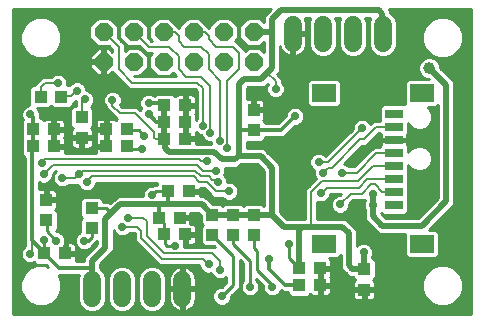
<source format=gbl>
G75*
%MOIN*%
%OFA0B0*%
%FSLAX24Y24*%
%IPPOS*%
%LPD*%
%AMOC8*
5,1,8,0,0,1.08239X$1,22.5*
%
%ADD10R,0.0425X0.0413*%
%ADD11R,0.0413X0.0425*%
%ADD12C,0.0600*%
%ADD13R,0.0787X0.0591*%
%ADD14R,0.0591X0.0315*%
%ADD15OC8,0.0600*%
%ADD16R,0.0433X0.0394*%
%ADD17C,0.0100*%
%ADD18C,0.0278*%
%ADD19C,0.0080*%
%ADD20C,0.0120*%
%ADD21C,0.0200*%
%ADD22C,0.0160*%
%ADD23C,0.0396*%
D10*
X006541Y009190D03*
X006541Y009879D03*
X007729Y011940D03*
X007729Y012629D03*
X013453Y012879D03*
X013453Y012190D03*
X017141Y007567D03*
X017141Y006878D03*
D11*
X015673Y007035D03*
X015673Y007597D03*
X014984Y007597D03*
X014984Y007035D03*
X011173Y008722D03*
X010985Y009285D03*
X010296Y009285D03*
X010484Y008722D03*
X010609Y010160D03*
X011298Y010160D03*
X009235Y011660D03*
X009235Y012222D03*
X008546Y012222D03*
X008546Y011660D03*
X006798Y011660D03*
X006798Y012222D03*
X006109Y012222D03*
X006109Y011660D03*
X006359Y013310D03*
X007048Y013310D03*
X010484Y013035D03*
X011173Y013035D03*
X011173Y012472D03*
X011173Y011910D03*
X010484Y011910D03*
X010484Y012472D03*
X007173Y008097D03*
X006484Y008097D03*
D12*
X008078Y007210D02*
X008078Y006610D01*
X009078Y006610D02*
X009078Y007210D01*
X010078Y007210D02*
X010078Y006610D01*
X011078Y006610D02*
X011078Y007210D01*
X014766Y015110D02*
X014766Y015710D01*
X015766Y015710D02*
X015766Y015110D01*
X016766Y015110D02*
X016766Y015710D01*
X017766Y015710D02*
X017766Y015110D01*
D13*
X019060Y013427D03*
X015792Y013427D03*
X015792Y008407D03*
X019060Y008407D03*
D14*
X018135Y009706D03*
X018135Y010139D03*
X018135Y010572D03*
X018135Y011006D03*
X018135Y011439D03*
X018135Y011872D03*
X018135Y012305D03*
X018135Y012738D03*
D15*
X013453Y014472D03*
X012453Y014472D03*
X011453Y014472D03*
X010453Y014472D03*
X009453Y014472D03*
X008453Y014472D03*
X008453Y015472D03*
X009453Y015472D03*
X010453Y015472D03*
X011453Y015472D03*
X012453Y015472D03*
X013453Y015472D03*
D16*
X008060Y009600D03*
X008060Y008931D03*
X012078Y008700D03*
X012078Y009369D03*
X012766Y009369D03*
X012766Y008700D03*
X013453Y008700D03*
X013453Y009369D03*
D17*
X005435Y006078D02*
X005435Y016237D01*
X014024Y016237D01*
X013831Y016044D01*
X013790Y015945D01*
X013790Y015800D01*
X013648Y015942D01*
X013259Y015942D01*
X012983Y015667D01*
X012983Y015277D01*
X013259Y015002D01*
X013648Y015002D01*
X013790Y015144D01*
X013790Y014800D01*
X013648Y014942D01*
X013259Y014942D01*
X013163Y014847D01*
X013163Y014872D01*
X012976Y015059D01*
X012853Y015182D01*
X012828Y015182D01*
X012923Y015277D01*
X012923Y015667D01*
X012648Y015942D01*
X012259Y015942D01*
X011983Y015667D01*
X011983Y015614D01*
X011915Y015682D01*
X011908Y015682D01*
X011648Y015942D01*
X011259Y015942D01*
X010983Y015667D01*
X010983Y015614D01*
X010915Y015682D01*
X010908Y015682D01*
X010648Y015942D01*
X010259Y015942D01*
X009983Y015667D01*
X009983Y015277D01*
X010079Y015182D01*
X010040Y015182D01*
X009923Y015299D01*
X009923Y015667D01*
X009648Y015942D01*
X009259Y015942D01*
X008983Y015667D01*
X008983Y015277D01*
X009259Y015002D01*
X009626Y015002D01*
X009866Y014762D01*
X010079Y014762D01*
X009983Y014667D01*
X009983Y014277D01*
X010259Y014002D01*
X010648Y014002D01*
X010762Y014116D01*
X010866Y014012D01*
X010884Y013995D01*
X009478Y013995D01*
X009470Y014002D01*
X009648Y014002D01*
X009923Y014277D01*
X009923Y014667D01*
X009648Y014942D01*
X009259Y014942D01*
X009163Y014847D01*
X009163Y015059D01*
X009040Y015182D01*
X008923Y015299D01*
X008923Y015667D01*
X008648Y015942D01*
X008259Y015942D01*
X007983Y015667D01*
X007983Y015277D01*
X008259Y015002D01*
X008626Y015002D01*
X008743Y014885D01*
X008743Y014818D01*
X008640Y014922D01*
X008503Y014922D01*
X008503Y014522D01*
X008403Y014522D01*
X008403Y014422D01*
X008003Y014422D01*
X008003Y014286D01*
X008267Y014022D01*
X008403Y014022D01*
X008403Y014422D01*
X008503Y014422D01*
X008503Y014022D01*
X008640Y014022D01*
X008748Y014130D01*
X008866Y014012D01*
X009304Y013575D01*
X011491Y013575D01*
X011556Y013510D01*
X011556Y012574D01*
X011530Y012548D01*
X011530Y012704D01*
X011519Y012743D01*
X011513Y012753D01*
X011519Y012764D01*
X011530Y012802D01*
X011530Y012985D01*
X011223Y012985D01*
X011223Y013085D01*
X011123Y013085D01*
X011123Y013397D01*
X010946Y013397D01*
X010908Y013387D01*
X010874Y013367D01*
X010846Y013339D01*
X010844Y013335D01*
X010761Y013417D01*
X010207Y013417D01*
X010139Y013349D01*
X010128Y013359D01*
X010015Y013406D01*
X009892Y013406D01*
X009778Y013359D01*
X009691Y013272D01*
X009644Y013159D01*
X009644Y013036D01*
X009691Y012922D01*
X009704Y012910D01*
X009691Y012897D01*
X009683Y012877D01*
X009584Y012976D01*
X009084Y012976D01*
X009016Y013044D01*
X009056Y013142D01*
X009056Y013265D01*
X009009Y013378D01*
X008922Y013465D01*
X008809Y013512D01*
X008686Y013512D01*
X008572Y013465D01*
X008485Y013378D01*
X008438Y013265D01*
X008438Y013142D01*
X008485Y013028D01*
X008537Y012976D01*
X008537Y012929D01*
X008787Y012679D01*
X008910Y012556D01*
X008876Y012522D01*
X008873Y012527D01*
X008845Y012555D01*
X008811Y012574D01*
X008773Y012585D01*
X008596Y012585D01*
X008596Y012272D01*
X008496Y012272D01*
X008496Y012172D01*
X008190Y012172D01*
X008190Y011990D01*
X008200Y011952D01*
X008206Y011941D01*
X008200Y011930D01*
X008190Y011892D01*
X008190Y011710D01*
X008496Y011710D01*
X008496Y012022D01*
X008496Y012172D01*
X008596Y012172D01*
X008596Y011710D01*
X008496Y011710D01*
X008496Y011610D01*
X008190Y011610D01*
X008190Y011432D01*
X007155Y011432D01*
X007155Y011610D01*
X006848Y011610D01*
X006848Y011710D01*
X006748Y011710D01*
X006748Y012022D01*
X006748Y012172D01*
X006848Y012172D01*
X006848Y012272D01*
X007155Y012272D01*
X007155Y012454D01*
X007144Y012493D01*
X007125Y012527D01*
X007097Y012555D01*
X007062Y012574D01*
X007024Y012585D01*
X006848Y012585D01*
X006848Y012272D01*
X006748Y012272D01*
X006748Y012585D01*
X006571Y012585D01*
X006533Y012574D01*
X006499Y012555D01*
X006471Y012527D01*
X006469Y012522D01*
X006386Y012605D01*
X006339Y012605D01*
X006339Y012724D01*
X006325Y012738D01*
X006325Y012784D01*
X006278Y012897D01*
X006248Y012927D01*
X006636Y012927D01*
X006703Y012994D01*
X006771Y012927D01*
X007325Y012927D01*
X007425Y013027D01*
X007425Y013118D01*
X007459Y013118D01*
X007519Y013178D01*
X007519Y013006D01*
X007445Y013006D01*
X007346Y012906D01*
X007346Y012352D01*
X007428Y012269D01*
X007424Y012267D01*
X007396Y012239D01*
X007376Y012205D01*
X007366Y012166D01*
X007366Y011990D01*
X007679Y011990D01*
X007679Y011890D01*
X007779Y011890D01*
X007779Y011990D01*
X008091Y011990D01*
X008091Y012166D01*
X008081Y012205D01*
X008061Y012239D01*
X008033Y012267D01*
X008029Y012269D01*
X008111Y012352D01*
X008111Y012906D01*
X008030Y012987D01*
X008090Y013047D01*
X008137Y013161D01*
X008137Y013284D01*
X008090Y013397D01*
X008003Y013484D01*
X007890Y013531D01*
X007869Y013531D01*
X007869Y013577D01*
X007822Y013691D01*
X007735Y013778D01*
X007621Y013825D01*
X007498Y013825D01*
X007385Y013778D01*
X007299Y013692D01*
X007239Y013692D01*
X007244Y013704D01*
X007244Y013827D01*
X007197Y013941D01*
X007110Y014028D01*
X006996Y014075D01*
X006873Y014075D01*
X006760Y014028D01*
X006708Y013976D01*
X006410Y013976D01*
X006272Y013838D01*
X006149Y013715D01*
X006149Y013692D01*
X006082Y013692D01*
X005982Y013593D01*
X005982Y013031D01*
X005954Y013031D01*
X005841Y012984D01*
X005754Y012897D01*
X005707Y012784D01*
X005707Y012661D01*
X005754Y012547D01*
X005764Y012537D01*
X005732Y012505D01*
X005732Y011377D01*
X005830Y011279D01*
X005830Y008426D01*
X005850Y008406D01*
X005850Y008352D01*
X005822Y008340D01*
X005735Y008253D01*
X005688Y008140D01*
X005688Y008017D01*
X005735Y007903D01*
X005822Y007816D01*
X005936Y007769D01*
X006059Y007769D01*
X006125Y007797D01*
X006207Y007714D01*
X006541Y007714D01*
X006607Y007649D01*
X006502Y007693D01*
X006230Y007693D01*
X005979Y007589D01*
X005787Y007396D01*
X005683Y007145D01*
X005683Y006874D01*
X005787Y006623D01*
X005979Y006430D01*
X006230Y006326D01*
X006502Y006326D01*
X006753Y006430D01*
X006945Y006623D01*
X007049Y006874D01*
X007049Y007145D01*
X006957Y007367D01*
X007635Y007367D01*
X007608Y007303D01*
X007608Y006516D01*
X007680Y006343D01*
X007812Y006211D01*
X007985Y006140D01*
X008172Y006140D01*
X008345Y006211D01*
X008477Y006343D01*
X008548Y006516D01*
X008548Y007303D01*
X008477Y007476D01*
X008348Y007604D01*
X008348Y007735D01*
X008669Y008056D01*
X008745Y008132D01*
X008786Y008231D01*
X008786Y008871D01*
X008816Y008797D01*
X008903Y008710D01*
X009017Y008663D01*
X009140Y008663D01*
X009253Y008710D01*
X009305Y008762D01*
X009491Y008762D01*
X009493Y008760D01*
X009493Y008510D01*
X010181Y007823D01*
X010304Y007700D01*
X008348Y007700D01*
X008351Y007601D02*
X008806Y007601D01*
X008812Y007608D02*
X008680Y007476D01*
X008608Y007303D01*
X008608Y006516D01*
X008680Y006343D01*
X008812Y006211D01*
X008985Y006140D01*
X009172Y006140D01*
X009345Y006211D01*
X009477Y006343D01*
X009548Y006516D01*
X009548Y007303D01*
X009477Y007476D01*
X009345Y007608D01*
X009172Y007680D01*
X008985Y007680D01*
X008812Y007608D01*
X008707Y007503D02*
X008450Y007503D01*
X008506Y007404D02*
X008650Y007404D01*
X008610Y007306D02*
X008547Y007306D01*
X008548Y007207D02*
X008608Y007207D01*
X008608Y007109D02*
X008548Y007109D01*
X008548Y007010D02*
X008608Y007010D01*
X008608Y006912D02*
X008548Y006912D01*
X008548Y006813D02*
X008608Y006813D01*
X008608Y006715D02*
X008548Y006715D01*
X008548Y006616D02*
X008608Y006616D01*
X008608Y006518D02*
X008548Y006518D01*
X008508Y006419D02*
X008648Y006419D01*
X008702Y006321D02*
X008454Y006321D01*
X008356Y006222D02*
X008801Y006222D01*
X009356Y006222D02*
X009801Y006222D01*
X009812Y006211D02*
X009985Y006140D01*
X010172Y006140D01*
X010345Y006211D01*
X010477Y006343D01*
X010548Y006516D01*
X010548Y007303D01*
X010477Y007476D01*
X010345Y007608D01*
X010172Y007680D01*
X009985Y007680D01*
X009812Y007608D01*
X009680Y007476D01*
X009608Y007303D01*
X009608Y006516D01*
X009680Y006343D01*
X009812Y006211D01*
X009702Y006321D02*
X009454Y006321D01*
X009508Y006419D02*
X009648Y006419D01*
X009608Y006518D02*
X009548Y006518D01*
X009548Y006616D02*
X009608Y006616D01*
X009608Y006715D02*
X009548Y006715D01*
X009548Y006813D02*
X009608Y006813D01*
X009608Y006912D02*
X009548Y006912D01*
X009548Y007010D02*
X009608Y007010D01*
X009608Y007109D02*
X009548Y007109D01*
X009548Y007207D02*
X009608Y007207D01*
X009610Y007306D02*
X009547Y007306D01*
X009506Y007404D02*
X009650Y007404D01*
X009707Y007503D02*
X009450Y007503D01*
X009351Y007601D02*
X009806Y007601D01*
X010205Y007798D02*
X008412Y007798D01*
X008510Y007897D02*
X010107Y007897D01*
X010008Y007995D02*
X008609Y007995D01*
X008707Y008094D02*
X009910Y008094D01*
X009811Y008192D02*
X008770Y008192D01*
X008786Y008291D02*
X009713Y008291D01*
X009614Y008389D02*
X008786Y008389D01*
X008786Y008488D02*
X009516Y008488D01*
X009493Y008586D02*
X008786Y008586D01*
X008786Y008685D02*
X008964Y008685D01*
X008830Y008783D02*
X008786Y008783D01*
X009193Y008685D02*
X009493Y008685D01*
X010296Y009285D02*
X010484Y009097D01*
X010484Y008722D01*
X010516Y008753D01*
X010516Y008410D01*
X010578Y008347D01*
X010828Y008347D01*
X011123Y008444D02*
X011123Y008672D01*
X011223Y008672D01*
X011223Y008772D01*
X011530Y008772D01*
X011530Y008954D01*
X011519Y008993D01*
X011500Y009027D01*
X011472Y009055D01*
X011437Y009074D01*
X011399Y009085D01*
X011342Y009085D01*
X011342Y009235D01*
X011035Y009235D01*
X011035Y009335D01*
X011342Y009335D01*
X011342Y009452D01*
X011614Y009452D01*
X011692Y009374D01*
X011692Y009102D01*
X011759Y009035D01*
X011692Y008967D01*
X011692Y008433D01*
X011791Y008333D01*
X012134Y008333D01*
X012160Y008307D01*
X011991Y008307D01*
X011137Y008307D01*
X011137Y008409D01*
X011123Y008444D01*
X011123Y008488D02*
X011223Y008488D01*
X011223Y008586D02*
X011123Y008586D01*
X011223Y008672D02*
X011223Y008359D01*
X011399Y008359D01*
X011437Y008370D01*
X011472Y008389D01*
X011500Y008417D01*
X011519Y008452D01*
X011530Y008490D01*
X011530Y008672D01*
X011223Y008672D01*
X011223Y008685D02*
X011692Y008685D01*
X011692Y008783D02*
X011530Y008783D01*
X011530Y008882D02*
X011692Y008882D01*
X011705Y008980D02*
X011523Y008980D01*
X011421Y009079D02*
X011715Y009079D01*
X011692Y009177D02*
X011342Y009177D01*
X011342Y009374D02*
X011691Y009374D01*
X011692Y009276D02*
X011035Y009276D01*
X011530Y008586D02*
X011692Y008586D01*
X011692Y008488D02*
X011529Y008488D01*
X011472Y008389D02*
X011735Y008389D01*
X012078Y008700D02*
X012766Y008012D01*
X012766Y007035D01*
X012391Y006660D01*
X012700Y006657D02*
X012700Y006598D01*
X012653Y006484D01*
X012566Y006398D01*
X012452Y006350D01*
X012329Y006350D01*
X012216Y006398D01*
X012129Y006484D01*
X012082Y006598D01*
X012082Y006721D01*
X012129Y006835D01*
X012216Y006922D01*
X012329Y006969D01*
X012389Y006969D01*
X012546Y007126D01*
X012546Y007315D01*
X012503Y007273D01*
X012390Y007225D01*
X012267Y007225D01*
X012153Y007273D01*
X012066Y007359D01*
X012040Y007423D01*
X012015Y007413D01*
X011892Y007413D01*
X011778Y007460D01*
X011691Y007547D01*
X011644Y007661D01*
X011644Y007700D01*
X010304Y007700D01*
X010351Y007601D02*
X010856Y007601D01*
X010843Y007594D02*
X010785Y007553D01*
X010735Y007503D01*
X010694Y007445D01*
X010661Y007382D01*
X010639Y007315D01*
X010628Y007245D01*
X010628Y006960D01*
X011028Y006960D01*
X011028Y007657D01*
X010973Y007648D01*
X010906Y007627D01*
X010843Y007594D01*
X010735Y007503D02*
X010450Y007503D01*
X010506Y007404D02*
X010673Y007404D01*
X010638Y007306D02*
X010547Y007306D01*
X010548Y007207D02*
X010628Y007207D01*
X010628Y007109D02*
X010548Y007109D01*
X010548Y007010D02*
X010628Y007010D01*
X010548Y006912D02*
X011028Y006912D01*
X011028Y006960D02*
X011028Y006860D01*
X010628Y006860D01*
X010628Y006574D01*
X010639Y006504D01*
X010661Y006437D01*
X010694Y006374D01*
X010735Y006316D01*
X010785Y006266D01*
X010843Y006225D01*
X010906Y006193D01*
X010973Y006171D01*
X011028Y006162D01*
X011028Y006860D01*
X011128Y006860D01*
X011128Y006960D01*
X011028Y006960D01*
X011028Y007010D02*
X011128Y007010D01*
X011128Y006960D02*
X011128Y007657D01*
X011184Y007648D01*
X011251Y007627D01*
X011314Y007594D01*
X011372Y007553D01*
X011422Y007503D01*
X011463Y007445D01*
X011495Y007382D01*
X011517Y007315D01*
X011528Y007245D01*
X011528Y006960D01*
X011128Y006960D01*
X011128Y006912D02*
X012206Y006912D01*
X012120Y006813D02*
X011528Y006813D01*
X011528Y006860D02*
X011128Y006860D01*
X011128Y006162D01*
X011184Y006171D01*
X011251Y006193D01*
X011314Y006225D01*
X011372Y006266D01*
X011422Y006316D01*
X011463Y006374D01*
X011495Y006437D01*
X011517Y006504D01*
X011528Y006574D01*
X011528Y006860D01*
X011528Y006715D02*
X012082Y006715D01*
X012082Y006616D02*
X011528Y006616D01*
X011519Y006518D02*
X012115Y006518D01*
X012194Y006419D02*
X011487Y006419D01*
X011425Y006321D02*
X020689Y006321D01*
X020689Y006419D02*
X020112Y006419D01*
X020139Y006430D02*
X020331Y006623D01*
X020435Y006874D01*
X020435Y007145D01*
X020331Y007396D01*
X020139Y007589D01*
X019888Y007693D01*
X019616Y007693D01*
X019365Y007589D01*
X019173Y007396D01*
X019069Y007145D01*
X019069Y006874D01*
X019173Y006623D01*
X019365Y006430D01*
X019616Y006326D01*
X019888Y006326D01*
X020139Y006430D01*
X020226Y006518D02*
X020689Y006518D01*
X020689Y006616D02*
X020325Y006616D01*
X020369Y006715D02*
X020689Y006715D01*
X020689Y006813D02*
X020410Y006813D01*
X020435Y006912D02*
X020689Y006912D01*
X020689Y007010D02*
X020435Y007010D01*
X020435Y007109D02*
X020689Y007109D01*
X020689Y007207D02*
X020409Y007207D01*
X020368Y007306D02*
X020689Y007306D01*
X020689Y007404D02*
X020323Y007404D01*
X020224Y007503D02*
X020689Y007503D01*
X020689Y007601D02*
X020108Y007601D01*
X020689Y007700D02*
X017524Y007700D01*
X017524Y007798D02*
X020689Y007798D01*
X020689Y007897D02*
X017470Y007897D01*
X017424Y007943D02*
X017392Y007943D01*
X017392Y007985D01*
X017431Y008079D01*
X017431Y008202D01*
X017384Y008316D01*
X017297Y008403D01*
X017184Y008450D01*
X017061Y008450D01*
X016947Y008403D01*
X016892Y008348D01*
X016892Y008820D01*
X016851Y008919D01*
X016775Y008995D01*
X016645Y009125D01*
X016569Y009201D01*
X016470Y009242D01*
X015582Y009242D01*
X015582Y009813D01*
X015642Y009788D01*
X015765Y009788D01*
X015878Y009835D01*
X015965Y009922D01*
X016012Y010036D01*
X016012Y010075D01*
X016384Y010075D01*
X016340Y010031D01*
X016267Y010031D01*
X016153Y009984D01*
X016066Y009897D01*
X016019Y009784D01*
X016019Y009661D01*
X016066Y009547D01*
X016153Y009460D01*
X016267Y009413D01*
X016390Y009413D01*
X016503Y009460D01*
X016590Y009547D01*
X016637Y009661D01*
X016637Y009734D01*
X016772Y009868D01*
X017147Y009868D01*
X017165Y009886D01*
X017165Y009859D01*
X017126Y009765D01*
X017126Y009642D01*
X017165Y009548D01*
X017165Y009275D01*
X017206Y009175D01*
X017282Y009099D01*
X017594Y008787D01*
X017694Y008746D01*
X018496Y008746D01*
X018496Y008041D01*
X018596Y007942D01*
X019524Y007942D01*
X019623Y008041D01*
X019623Y008773D01*
X019524Y008872D01*
X019298Y008872D01*
X020101Y009675D01*
X020142Y009775D01*
X020142Y013757D01*
X020101Y013856D01*
X020025Y013932D01*
X019678Y014280D01*
X019678Y014339D01*
X019622Y014474D01*
X019518Y014578D01*
X019383Y014634D01*
X019236Y014634D01*
X019101Y014578D01*
X018998Y014474D01*
X018942Y014339D01*
X018942Y014193D01*
X018998Y014057D01*
X019101Y013954D01*
X019236Y013898D01*
X019296Y013898D01*
X019302Y013892D01*
X018596Y013892D01*
X018496Y013792D01*
X018496Y013065D01*
X017769Y013065D01*
X017669Y012966D01*
X017669Y012515D01*
X017449Y012515D01*
X017337Y012403D01*
X017322Y012441D01*
X017235Y012528D01*
X017121Y012575D01*
X016998Y012575D01*
X016885Y012528D01*
X016798Y012441D01*
X016751Y012327D01*
X016751Y012254D01*
X015849Y011352D01*
X015797Y011403D01*
X015684Y011450D01*
X015561Y011450D01*
X015447Y011403D01*
X015360Y011316D01*
X015313Y011202D01*
X015313Y011079D01*
X015360Y010966D01*
X015447Y010879D01*
X015467Y010871D01*
X015457Y010846D01*
X015457Y010723D01*
X015504Y010609D01*
X015524Y010590D01*
X015285Y010351D01*
X015162Y010228D01*
X015162Y009242D01*
X014569Y009242D01*
X014330Y009481D01*
X014330Y011007D01*
X014289Y011106D01*
X013914Y011481D01*
X013838Y011557D01*
X013738Y011598D01*
X013223Y011598D01*
X013223Y011813D01*
X013736Y011813D01*
X013836Y011913D01*
X013836Y011961D01*
X014361Y011962D01*
X014456Y011962D01*
X014523Y012029D01*
X014845Y012350D01*
X014890Y012350D01*
X015003Y012398D01*
X015090Y012484D01*
X015137Y012598D01*
X015137Y012721D01*
X015090Y012835D01*
X015003Y012922D01*
X014890Y012969D01*
X014767Y012969D01*
X014653Y012922D01*
X014566Y012835D01*
X014519Y012721D01*
X014519Y012676D01*
X014265Y012421D01*
X013836Y012421D01*
X013836Y012467D01*
X013754Y012550D01*
X013758Y012552D01*
X013786Y012580D01*
X013806Y012614D01*
X013816Y012653D01*
X013816Y012829D01*
X013503Y012829D01*
X013503Y012929D01*
X013403Y012929D01*
X013403Y013236D01*
X013223Y013236D01*
X013223Y013610D01*
X013876Y013610D01*
X013876Y013640D02*
X013876Y013517D01*
X013923Y013403D01*
X014010Y013316D01*
X014123Y013269D01*
X014246Y013269D01*
X014360Y013316D01*
X014447Y013403D01*
X014494Y013517D01*
X014494Y013640D01*
X014447Y013753D01*
X014395Y013805D01*
X014395Y013915D01*
X014243Y014067D01*
X014289Y014113D01*
X014330Y014212D01*
X014330Y014996D01*
X014349Y014937D01*
X014381Y014874D01*
X014423Y014816D01*
X014473Y014766D01*
X014530Y014725D01*
X014593Y014693D01*
X014661Y014671D01*
X014716Y014662D01*
X014716Y015360D01*
X014816Y015360D01*
X014816Y015460D01*
X015216Y015460D01*
X015216Y015745D01*
X015205Y015815D01*
X015183Y015882D01*
X015157Y015933D01*
X015350Y015933D01*
X015296Y015803D01*
X015296Y015016D01*
X015367Y014843D01*
X015500Y014711D01*
X015672Y014640D01*
X015859Y014640D01*
X016032Y014711D01*
X016164Y014843D01*
X016236Y015016D01*
X016236Y015803D01*
X016182Y015933D01*
X016350Y015933D01*
X016296Y015803D01*
X016296Y015016D01*
X016367Y014843D01*
X016500Y014711D01*
X016672Y014640D01*
X016859Y014640D01*
X017032Y014711D01*
X017164Y014843D01*
X017236Y015016D01*
X017236Y015803D01*
X017182Y015933D01*
X017350Y015933D01*
X017296Y015803D01*
X017296Y015016D01*
X017367Y014843D01*
X017500Y014711D01*
X017672Y014640D01*
X017859Y014640D01*
X018032Y014711D01*
X018164Y014843D01*
X018236Y015016D01*
X018236Y015803D01*
X018164Y015976D01*
X018032Y016108D01*
X018017Y016114D01*
X018017Y016132D01*
X017976Y016231D01*
X017971Y016237D01*
X020689Y016237D01*
X020689Y006078D01*
X005435Y006078D01*
X005435Y006124D02*
X020689Y006124D01*
X020689Y006222D02*
X011310Y006222D01*
X011128Y006222D02*
X011028Y006222D01*
X011028Y006321D02*
X011128Y006321D01*
X011128Y006419D02*
X011028Y006419D01*
X011028Y006518D02*
X011128Y006518D01*
X011128Y006616D02*
X011028Y006616D01*
X011028Y006715D02*
X011128Y006715D01*
X011128Y006813D02*
X011028Y006813D01*
X011028Y007109D02*
X011128Y007109D01*
X011128Y007207D02*
X011028Y007207D01*
X011028Y007306D02*
X011128Y007306D01*
X011128Y007404D02*
X011028Y007404D01*
X011028Y007503D02*
X011128Y007503D01*
X011128Y007601D02*
X011028Y007601D01*
X011301Y007601D02*
X011669Y007601D01*
X011736Y007503D02*
X011422Y007503D01*
X011484Y007404D02*
X012048Y007404D01*
X012120Y007306D02*
X011519Y007306D01*
X011528Y007207D02*
X012546Y007207D01*
X012537Y007306D02*
X012546Y007306D01*
X012529Y007109D02*
X011528Y007109D01*
X011528Y007010D02*
X012431Y007010D01*
X012757Y006715D02*
X013149Y006715D01*
X013153Y006710D02*
X013267Y006663D01*
X013390Y006663D01*
X013503Y006710D01*
X013590Y006797D01*
X013637Y006911D01*
X013637Y007034D01*
X013590Y007147D01*
X013548Y007189D01*
X013548Y007253D01*
X013769Y007032D01*
X013769Y006911D01*
X013816Y006797D01*
X013903Y006710D01*
X014017Y006663D01*
X014140Y006663D01*
X014253Y006710D01*
X014340Y006797D01*
X014366Y006859D01*
X014421Y006805D01*
X014607Y006805D01*
X014607Y006752D01*
X014707Y006652D01*
X015261Y006652D01*
X015344Y006734D01*
X015346Y006730D01*
X015374Y006702D01*
X015408Y006682D01*
X015446Y006672D01*
X015623Y006672D01*
X015623Y006985D01*
X015723Y006985D01*
X015723Y007085D01*
X015623Y007085D01*
X015623Y007547D01*
X015723Y007547D01*
X015723Y007647D01*
X016030Y007647D01*
X016030Y007829D01*
X016019Y007868D01*
X016000Y007902D01*
X015972Y007930D01*
X015951Y007942D01*
X016256Y007942D01*
X016352Y008038D01*
X016352Y007650D01*
X016393Y007550D01*
X016518Y007425D01*
X016594Y007349D01*
X016694Y007308D01*
X016758Y007308D01*
X016758Y007289D01*
X016841Y007207D01*
X016836Y007204D01*
X016808Y007176D01*
X016789Y007142D01*
X016778Y007104D01*
X016778Y006928D01*
X017091Y006928D01*
X017091Y006828D01*
X016778Y006828D01*
X016778Y006651D01*
X016789Y006613D01*
X016808Y006579D01*
X016836Y006551D01*
X016870Y006531D01*
X016909Y006521D01*
X017091Y006521D01*
X017091Y006828D01*
X017191Y006828D01*
X017191Y006928D01*
X017504Y006928D01*
X017504Y007104D01*
X017493Y007142D01*
X017474Y007176D01*
X017446Y007204D01*
X017441Y007207D01*
X017524Y007289D01*
X017524Y007844D01*
X017424Y007943D01*
X017396Y007995D02*
X018542Y007995D01*
X018496Y008094D02*
X017431Y008094D01*
X017431Y008192D02*
X018496Y008192D01*
X018496Y008291D02*
X017395Y008291D01*
X017311Y008389D02*
X018496Y008389D01*
X018496Y008488D02*
X016892Y008488D01*
X016892Y008586D02*
X018496Y008586D01*
X018496Y008685D02*
X016892Y008685D01*
X016892Y008783D02*
X017603Y008783D01*
X017499Y008882D02*
X016866Y008882D01*
X016790Y008980D02*
X017401Y008980D01*
X017302Y009079D02*
X016691Y009079D01*
X016645Y009125D02*
X016645Y009125D01*
X016593Y009177D02*
X017205Y009177D01*
X017165Y009276D02*
X015582Y009276D01*
X015582Y009374D02*
X017165Y009374D01*
X017165Y009473D02*
X016516Y009473D01*
X016601Y009571D02*
X017155Y009571D01*
X017126Y009670D02*
X016637Y009670D01*
X016672Y009768D02*
X017127Y009768D01*
X017165Y009867D02*
X016770Y009867D01*
X016373Y010064D02*
X016012Y010064D01*
X015983Y009965D02*
X016135Y009965D01*
X016054Y009867D02*
X015910Y009867D01*
X016019Y009768D02*
X015582Y009768D01*
X015582Y009670D02*
X016019Y009670D01*
X016056Y009571D02*
X015582Y009571D01*
X015582Y009473D02*
X016141Y009473D01*
X015162Y009473D02*
X014338Y009473D01*
X014330Y009571D02*
X015162Y009571D01*
X015162Y009670D02*
X014330Y009670D01*
X014330Y009768D02*
X015162Y009768D01*
X015162Y009867D02*
X014330Y009867D01*
X014330Y009965D02*
X015162Y009965D01*
X015162Y010064D02*
X014330Y010064D01*
X014330Y010162D02*
X015162Y010162D01*
X015195Y010261D02*
X014330Y010261D01*
X014330Y010359D02*
X015294Y010359D01*
X015392Y010458D02*
X014330Y010458D01*
X014330Y010556D02*
X015491Y010556D01*
X015485Y010655D02*
X014330Y010655D01*
X014330Y010753D02*
X015457Y010753D01*
X015459Y010852D02*
X014330Y010852D01*
X014330Y010950D02*
X015376Y010950D01*
X015326Y011049D02*
X014312Y011049D01*
X014248Y011147D02*
X015313Y011147D01*
X015331Y011246D02*
X014149Y011246D01*
X014051Y011344D02*
X015389Y011344D01*
X015544Y011443D02*
X013952Y011443D01*
X013854Y011541D02*
X016038Y011541D01*
X015940Y011443D02*
X015701Y011443D01*
X016137Y011640D02*
X013223Y011640D01*
X013223Y011738D02*
X016235Y011738D01*
X016334Y011837D02*
X013760Y011837D01*
X013836Y011935D02*
X016432Y011935D01*
X016531Y012034D02*
X014528Y012034D01*
X014456Y011962D02*
X014456Y011962D01*
X014456Y011962D01*
X014626Y012132D02*
X016629Y012132D01*
X016728Y012231D02*
X014725Y012231D01*
X014823Y012329D02*
X016752Y012329D01*
X016792Y012428D02*
X015034Y012428D01*
X015108Y012526D02*
X016883Y012526D01*
X017236Y012526D02*
X017669Y012526D01*
X017669Y012625D02*
X015137Y012625D01*
X015136Y012723D02*
X017669Y012723D01*
X017669Y012822D02*
X015096Y012822D01*
X015005Y012920D02*
X017669Y012920D01*
X017722Y013019D02*
X016313Y013019D01*
X016356Y013061D02*
X016256Y012961D01*
X015328Y012961D01*
X015228Y013061D01*
X015228Y013792D01*
X015328Y013892D01*
X016256Y013892D01*
X016356Y013792D01*
X016356Y013061D01*
X016356Y013117D02*
X018496Y013117D01*
X018496Y013216D02*
X016356Y013216D01*
X016356Y013314D02*
X018496Y013314D01*
X018496Y013413D02*
X016356Y013413D01*
X016356Y013511D02*
X018496Y013511D01*
X018496Y013610D02*
X016356Y013610D01*
X016356Y013708D02*
X018496Y013708D01*
X018510Y013807D02*
X016341Y013807D01*
X015243Y013807D02*
X014395Y013807D01*
X014395Y013905D02*
X019218Y013905D01*
X019051Y014004D02*
X014306Y014004D01*
X014278Y014102D02*
X018979Y014102D01*
X018942Y014201D02*
X014325Y014201D01*
X014330Y014299D02*
X018942Y014299D01*
X018966Y014398D02*
X014330Y014398D01*
X014330Y014496D02*
X019020Y014496D01*
X019142Y014595D02*
X014330Y014595D01*
X014330Y014693D02*
X014591Y014693D01*
X014716Y014693D02*
X014816Y014693D01*
X014816Y014662D02*
X014871Y014671D01*
X014939Y014693D01*
X015002Y014725D01*
X015059Y014766D01*
X015109Y014816D01*
X015151Y014874D01*
X015183Y014937D01*
X015205Y015004D01*
X015216Y015074D01*
X015216Y015360D01*
X014816Y015360D01*
X014816Y014662D01*
X014940Y014693D02*
X015542Y014693D01*
X015419Y014792D02*
X015085Y014792D01*
X015159Y014890D02*
X015348Y014890D01*
X015307Y014989D02*
X015200Y014989D01*
X015216Y015087D02*
X015296Y015087D01*
X015296Y015186D02*
X015216Y015186D01*
X015216Y015284D02*
X015296Y015284D01*
X015296Y015383D02*
X014816Y015383D01*
X014816Y015284D02*
X014716Y015284D01*
X014716Y015186D02*
X014816Y015186D01*
X014816Y015087D02*
X014716Y015087D01*
X014716Y014989D02*
X014816Y014989D01*
X014816Y014890D02*
X014716Y014890D01*
X014716Y014792D02*
X014816Y014792D01*
X014447Y014792D02*
X014330Y014792D01*
X014330Y014890D02*
X014373Y014890D01*
X014330Y014989D02*
X014332Y014989D01*
X013790Y014989D02*
X013046Y014989D01*
X012948Y015087D02*
X013173Y015087D01*
X013075Y015186D02*
X012832Y015186D01*
X012923Y015284D02*
X012983Y015284D01*
X012983Y015383D02*
X012923Y015383D01*
X012923Y015481D02*
X012983Y015481D01*
X012983Y015580D02*
X012923Y015580D01*
X012912Y015678D02*
X012995Y015678D01*
X013094Y015777D02*
X012813Y015777D01*
X012715Y015875D02*
X013192Y015875D01*
X013715Y015875D02*
X013790Y015875D01*
X013802Y015974D02*
X005435Y015974D01*
X005435Y016072D02*
X013859Y016072D01*
X013958Y016171D02*
X005435Y016171D01*
X005435Y015875D02*
X006025Y015875D01*
X005979Y015856D02*
X005787Y015664D01*
X005683Y015413D01*
X005683Y015141D01*
X005787Y014890D01*
X005979Y014698D01*
X006230Y014594D01*
X006502Y014594D01*
X006753Y014698D01*
X006945Y014890D01*
X007049Y015141D01*
X007049Y015413D01*
X006945Y015664D01*
X006753Y015856D01*
X006502Y015960D01*
X006230Y015960D01*
X005979Y015856D01*
X005900Y015777D02*
X005435Y015777D01*
X005435Y015678D02*
X005801Y015678D01*
X005752Y015580D02*
X005435Y015580D01*
X005435Y015481D02*
X005711Y015481D01*
X005683Y015383D02*
X005435Y015383D01*
X005435Y015284D02*
X005683Y015284D01*
X005683Y015186D02*
X005435Y015186D01*
X005435Y015087D02*
X005705Y015087D01*
X005746Y014989D02*
X005435Y014989D01*
X005435Y014890D02*
X005787Y014890D01*
X005885Y014792D02*
X005435Y014792D01*
X005435Y014693D02*
X005990Y014693D01*
X006228Y014595D02*
X005435Y014595D01*
X005435Y014496D02*
X008403Y014496D01*
X008403Y014522D02*
X008003Y014522D01*
X008003Y014658D01*
X008267Y014922D01*
X008403Y014922D01*
X008403Y014522D01*
X008403Y014595D02*
X008503Y014595D01*
X008503Y014693D02*
X008403Y014693D01*
X008403Y014792D02*
X008503Y014792D01*
X008503Y014890D02*
X008403Y014890D01*
X008235Y014890D02*
X006945Y014890D01*
X006986Y014989D02*
X008640Y014989D01*
X008671Y014890D02*
X008738Y014890D01*
X009037Y015186D02*
X009075Y015186D01*
X009040Y015182D02*
X009040Y015182D01*
X008983Y015284D02*
X008938Y015284D01*
X008923Y015383D02*
X008983Y015383D01*
X008983Y015481D02*
X008923Y015481D01*
X008923Y015580D02*
X008983Y015580D01*
X008995Y015678D02*
X008912Y015678D01*
X008813Y015777D02*
X009094Y015777D01*
X009192Y015875D02*
X008715Y015875D01*
X008192Y015875D02*
X006707Y015875D01*
X006832Y015777D02*
X008094Y015777D01*
X007995Y015678D02*
X006931Y015678D01*
X006980Y015580D02*
X007983Y015580D01*
X007983Y015481D02*
X007021Y015481D01*
X007049Y015383D02*
X007983Y015383D01*
X007983Y015284D02*
X007049Y015284D01*
X007049Y015186D02*
X008075Y015186D01*
X008173Y015087D02*
X007027Y015087D01*
X006847Y014792D02*
X008137Y014792D01*
X008038Y014693D02*
X006741Y014693D01*
X006504Y014595D02*
X008003Y014595D01*
X008003Y014398D02*
X005435Y014398D01*
X005435Y014299D02*
X008003Y014299D01*
X008088Y014201D02*
X005435Y014201D01*
X005435Y014102D02*
X008187Y014102D01*
X008403Y014102D02*
X008503Y014102D01*
X008503Y014201D02*
X008403Y014201D01*
X008403Y014299D02*
X008503Y014299D01*
X008503Y014398D02*
X008403Y014398D01*
X008720Y014102D02*
X008776Y014102D01*
X008875Y014004D02*
X007134Y014004D01*
X007211Y013905D02*
X008973Y013905D01*
X009072Y013807D02*
X007665Y013807D01*
X007804Y013708D02*
X009170Y013708D01*
X009269Y013610D02*
X007855Y013610D01*
X007938Y013511D02*
X008683Y013511D01*
X008811Y013511D02*
X011555Y013511D01*
X011556Y013413D02*
X010765Y013413D01*
X011123Y013314D02*
X011223Y013314D01*
X011223Y013397D02*
X011223Y013085D01*
X011530Y013085D01*
X011530Y013267D01*
X011519Y013305D01*
X011500Y013339D01*
X011472Y013367D01*
X011437Y013387D01*
X011399Y013397D01*
X011223Y013397D01*
X011223Y013216D02*
X011123Y013216D01*
X011123Y013117D02*
X011223Y013117D01*
X011223Y013019D02*
X011556Y013019D01*
X011556Y013117D02*
X011530Y013117D01*
X011530Y013216D02*
X011556Y013216D01*
X011556Y013314D02*
X011514Y013314D01*
X011530Y012920D02*
X011556Y012920D01*
X011556Y012822D02*
X011530Y012822D01*
X011525Y012723D02*
X011556Y012723D01*
X011556Y012625D02*
X011530Y012625D01*
X011223Y012625D02*
X011123Y012625D01*
X011123Y012723D02*
X011223Y012723D01*
X011223Y012822D02*
X011123Y012822D01*
X011123Y012835D02*
X011123Y012522D01*
X011223Y012522D01*
X011223Y012985D01*
X011123Y012985D01*
X011123Y012835D01*
X011123Y012920D02*
X011223Y012920D01*
X011223Y012526D02*
X011123Y012526D01*
X011123Y012422D02*
X011223Y012422D01*
X011223Y011960D01*
X011123Y011960D01*
X011123Y012272D01*
X011123Y012422D01*
X011123Y012329D02*
X011223Y012329D01*
X011223Y012231D02*
X011123Y012231D01*
X011123Y012132D02*
X011223Y012132D01*
X011223Y012034D02*
X011123Y012034D01*
X011223Y011960D02*
X011530Y011960D01*
X011530Y012142D01*
X011528Y012148D01*
X011591Y012085D01*
X011704Y012038D01*
X011707Y012038D01*
X011707Y012036D01*
X011754Y011922D01*
X011841Y011835D01*
X011954Y011788D01*
X012019Y011788D01*
X012019Y011786D01*
X012037Y011742D01*
X011530Y011742D01*
X011530Y011860D01*
X011223Y011860D01*
X011223Y011960D01*
X011223Y011935D02*
X011748Y011935D01*
X011708Y012034D02*
X011530Y012034D01*
X011530Y012132D02*
X011544Y012132D01*
X011530Y011837D02*
X011839Y011837D01*
X012494Y010952D02*
X012775Y010952D01*
X012882Y010952D01*
X012981Y010993D01*
X013047Y011058D01*
X013573Y011058D01*
X013790Y010842D01*
X013790Y009687D01*
X013740Y009736D01*
X013166Y009736D01*
X013110Y009679D01*
X013053Y009736D01*
X012479Y009736D01*
X012422Y009679D01*
X012365Y009736D01*
X012093Y009736D01*
X011878Y009951D01*
X011779Y009992D01*
X011655Y009992D01*
X011655Y010110D01*
X011348Y010110D01*
X011348Y010210D01*
X011655Y010210D01*
X011655Y010262D01*
X011804Y010262D01*
X011993Y010073D01*
X012116Y009950D01*
X012414Y009950D01*
X012466Y009898D01*
X012579Y009850D01*
X012702Y009850D01*
X012816Y009898D01*
X012903Y009984D01*
X012950Y010098D01*
X012950Y010221D01*
X012903Y010335D01*
X012816Y010422D01*
X012702Y010469D01*
X012579Y010469D01*
X012575Y010467D01*
X012575Y010534D01*
X012528Y010647D01*
X012476Y010699D01*
X012512Y010786D01*
X012512Y010909D01*
X012494Y010952D01*
X012495Y010950D02*
X013681Y010950D01*
X013779Y010852D02*
X012512Y010852D01*
X012499Y010753D02*
X013790Y010753D01*
X013790Y010655D02*
X012520Y010655D01*
X012566Y010556D02*
X013790Y010556D01*
X013790Y010458D02*
X012728Y010458D01*
X012878Y010359D02*
X013790Y010359D01*
X013790Y010261D02*
X012933Y010261D01*
X012950Y010162D02*
X013790Y010162D01*
X013790Y010064D02*
X012936Y010064D01*
X012884Y009965D02*
X013790Y009965D01*
X013790Y009867D02*
X012742Y009867D01*
X012540Y009867D02*
X011963Y009867D01*
X012061Y009768D02*
X013790Y009768D01*
X014436Y009374D02*
X015162Y009374D01*
X015162Y009276D02*
X014535Y009276D01*
X014516Y008972D02*
X014889Y008972D01*
X014984Y008878D01*
X014641Y008410D02*
X014641Y007940D01*
X014984Y007597D01*
X015623Y007503D02*
X015723Y007503D01*
X015723Y007547D02*
X015723Y007234D01*
X015723Y007085D01*
X016030Y007085D01*
X016030Y007267D01*
X016019Y007305D01*
X016013Y007316D01*
X016019Y007327D01*
X016030Y007365D01*
X016030Y007547D01*
X015723Y007547D01*
X015723Y007601D02*
X016372Y007601D01*
X016352Y007700D02*
X016030Y007700D01*
X016030Y007798D02*
X016352Y007798D01*
X016352Y007897D02*
X016002Y007897D01*
X016310Y007995D02*
X016352Y007995D01*
X016441Y007503D02*
X016030Y007503D01*
X016030Y007404D02*
X016539Y007404D01*
X016758Y007306D02*
X016019Y007306D01*
X016030Y007207D02*
X016840Y007207D01*
X016780Y007109D02*
X016030Y007109D01*
X016030Y006985D02*
X015723Y006985D01*
X015723Y006672D01*
X015899Y006672D01*
X015937Y006682D01*
X015972Y006702D01*
X016000Y006730D01*
X016019Y006764D01*
X016030Y006802D01*
X016030Y006985D01*
X016030Y006912D02*
X017091Y006912D01*
X017091Y006813D02*
X017191Y006813D01*
X017191Y006828D02*
X017191Y006521D01*
X017373Y006521D01*
X017411Y006531D01*
X017446Y006551D01*
X017474Y006579D01*
X017493Y006613D01*
X017504Y006651D01*
X017504Y006828D01*
X017191Y006828D01*
X017191Y006912D02*
X019069Y006912D01*
X019069Y007010D02*
X017504Y007010D01*
X017502Y007109D02*
X019069Y007109D01*
X019094Y007207D02*
X017441Y007207D01*
X017524Y007306D02*
X019135Y007306D01*
X019181Y007404D02*
X017524Y007404D01*
X017524Y007503D02*
X019279Y007503D01*
X019396Y007601D02*
X017524Y007601D01*
X017504Y006813D02*
X019094Y006813D01*
X019134Y006715D02*
X017504Y006715D01*
X017494Y006616D02*
X019179Y006616D01*
X019277Y006518D02*
X012667Y006518D01*
X012700Y006616D02*
X016788Y006616D01*
X016778Y006715D02*
X015985Y006715D01*
X016030Y006813D02*
X016778Y006813D01*
X016778Y007010D02*
X015723Y007010D01*
X015723Y006912D02*
X015623Y006912D01*
X015623Y006813D02*
X015723Y006813D01*
X015723Y006715D02*
X015623Y006715D01*
X015361Y006715D02*
X015324Y006715D01*
X015623Y007109D02*
X015723Y007109D01*
X015723Y007207D02*
X015623Y007207D01*
X015623Y007306D02*
X015723Y007306D01*
X015723Y007404D02*
X015623Y007404D01*
X014644Y006715D02*
X014258Y006715D01*
X014347Y006813D02*
X014412Y006813D01*
X014078Y006972D02*
X014078Y007035D01*
X013578Y007535D01*
X013578Y008160D01*
X013453Y008285D01*
X013453Y008700D01*
X012766Y008700D02*
X012766Y008410D01*
X013328Y007847D01*
X013328Y006972D01*
X013108Y007189D02*
X013066Y007147D01*
X013019Y007034D01*
X013019Y006911D01*
X013066Y006797D01*
X013153Y006710D01*
X013060Y006813D02*
X012856Y006813D01*
X012954Y006912D02*
X013019Y006912D01*
X012986Y006943D02*
X012986Y007878D01*
X013108Y007756D01*
X013108Y007189D01*
X013108Y007207D02*
X012986Y007207D01*
X012986Y007109D02*
X013051Y007109D01*
X013019Y007010D02*
X012986Y007010D01*
X012986Y006943D02*
X012700Y006657D01*
X012588Y006419D02*
X019391Y006419D01*
X019577Y007995D02*
X020689Y007995D01*
X020689Y008094D02*
X019623Y008094D01*
X019623Y008192D02*
X020689Y008192D01*
X020689Y008291D02*
X019623Y008291D01*
X019623Y008389D02*
X020689Y008389D01*
X020689Y008488D02*
X019623Y008488D01*
X019623Y008586D02*
X020689Y008586D01*
X020689Y008685D02*
X019623Y008685D01*
X019613Y008783D02*
X020689Y008783D01*
X020689Y008882D02*
X019308Y008882D01*
X019406Y008980D02*
X020689Y008980D01*
X020689Y009079D02*
X019505Y009079D01*
X019603Y009177D02*
X020689Y009177D01*
X020689Y009276D02*
X019702Y009276D01*
X019800Y009374D02*
X020689Y009374D01*
X020689Y009473D02*
X019899Y009473D01*
X019997Y009571D02*
X020689Y009571D01*
X020689Y009670D02*
X020096Y009670D01*
X020140Y009768D02*
X020689Y009768D01*
X020689Y009867D02*
X020142Y009867D01*
X020142Y009965D02*
X020689Y009965D01*
X020689Y010064D02*
X020142Y010064D01*
X020142Y010162D02*
X020689Y010162D01*
X020689Y010261D02*
X020142Y010261D01*
X020142Y010359D02*
X020689Y010359D01*
X020689Y010458D02*
X020142Y010458D01*
X020142Y010556D02*
X020689Y010556D01*
X020689Y010655D02*
X020142Y010655D01*
X020142Y010753D02*
X020689Y010753D01*
X020689Y010852D02*
X020142Y010852D01*
X020142Y010950D02*
X020689Y010950D01*
X020689Y011049D02*
X020142Y011049D01*
X020142Y011147D02*
X020689Y011147D01*
X020689Y011246D02*
X020142Y011246D01*
X020142Y011344D02*
X020689Y011344D01*
X020689Y011443D02*
X020142Y011443D01*
X020142Y011541D02*
X020689Y011541D01*
X020689Y011640D02*
X020142Y011640D01*
X020142Y011738D02*
X020689Y011738D01*
X020689Y011837D02*
X020142Y011837D01*
X020142Y011935D02*
X020689Y011935D01*
X020689Y012034D02*
X020142Y012034D01*
X020142Y012132D02*
X020689Y012132D01*
X020689Y012231D02*
X020142Y012231D01*
X020142Y012329D02*
X020689Y012329D01*
X020689Y012428D02*
X020142Y012428D01*
X020142Y012526D02*
X020689Y012526D01*
X020689Y012625D02*
X020142Y012625D01*
X020142Y012723D02*
X020689Y012723D01*
X020689Y012822D02*
X020142Y012822D01*
X020142Y012920D02*
X020689Y012920D01*
X020689Y013019D02*
X020142Y013019D01*
X020142Y013117D02*
X020689Y013117D01*
X020689Y013216D02*
X020142Y013216D01*
X020142Y013314D02*
X020689Y013314D01*
X020689Y013413D02*
X020142Y013413D01*
X020142Y013511D02*
X020689Y013511D01*
X020689Y013610D02*
X020142Y013610D01*
X020142Y013708D02*
X020689Y013708D01*
X020689Y013807D02*
X020122Y013807D01*
X020052Y013905D02*
X020689Y013905D01*
X020689Y014004D02*
X019954Y014004D01*
X019855Y014102D02*
X020689Y014102D01*
X020689Y014201D02*
X019757Y014201D01*
X019678Y014299D02*
X020689Y014299D01*
X020689Y014398D02*
X019653Y014398D01*
X019600Y014496D02*
X020689Y014496D01*
X020689Y014595D02*
X019889Y014595D01*
X019888Y014594D02*
X020139Y014698D01*
X020331Y014890D01*
X020435Y015141D01*
X020435Y015413D01*
X020331Y015664D01*
X020139Y015856D01*
X019888Y015960D01*
X019616Y015960D01*
X019365Y015856D01*
X019173Y015664D01*
X019069Y015413D01*
X019069Y015141D01*
X019173Y014890D01*
X019365Y014698D01*
X019616Y014594D01*
X019888Y014594D01*
X020127Y014693D02*
X020689Y014693D01*
X020689Y014792D02*
X020232Y014792D01*
X020331Y014890D02*
X020689Y014890D01*
X020689Y014989D02*
X020372Y014989D01*
X020412Y015087D02*
X020689Y015087D01*
X020689Y015186D02*
X020435Y015186D01*
X020435Y015284D02*
X020689Y015284D01*
X020689Y015383D02*
X020435Y015383D01*
X020406Y015481D02*
X020689Y015481D01*
X020689Y015580D02*
X020366Y015580D01*
X020316Y015678D02*
X020689Y015678D01*
X020689Y015777D02*
X020218Y015777D01*
X020092Y015875D02*
X020689Y015875D01*
X020689Y015974D02*
X018165Y015974D01*
X018206Y015875D02*
X019411Y015875D01*
X019285Y015777D02*
X018236Y015777D01*
X018236Y015678D02*
X019187Y015678D01*
X019138Y015580D02*
X018236Y015580D01*
X018236Y015481D02*
X019097Y015481D01*
X019069Y015383D02*
X018236Y015383D01*
X018236Y015284D02*
X019069Y015284D01*
X019069Y015186D02*
X018236Y015186D01*
X018236Y015087D02*
X019091Y015087D01*
X019132Y014989D02*
X018225Y014989D01*
X018184Y014890D02*
X019173Y014890D01*
X019271Y014792D02*
X018113Y014792D01*
X017989Y014693D02*
X019376Y014693D01*
X019477Y014595D02*
X019614Y014595D01*
X020689Y016072D02*
X018068Y016072D01*
X018001Y016171D02*
X020689Y016171D01*
X017542Y014693D02*
X016989Y014693D01*
X017113Y014792D02*
X017419Y014792D01*
X017348Y014890D02*
X017184Y014890D01*
X017225Y014989D02*
X017307Y014989D01*
X017296Y015087D02*
X017236Y015087D01*
X017236Y015186D02*
X017296Y015186D01*
X017296Y015284D02*
X017236Y015284D01*
X017236Y015383D02*
X017296Y015383D01*
X017296Y015481D02*
X017236Y015481D01*
X017236Y015580D02*
X017296Y015580D01*
X017296Y015678D02*
X017236Y015678D01*
X017236Y015777D02*
X017296Y015777D01*
X017326Y015875D02*
X017206Y015875D01*
X016326Y015875D02*
X016206Y015875D01*
X016236Y015777D02*
X016296Y015777D01*
X016296Y015678D02*
X016236Y015678D01*
X016236Y015580D02*
X016296Y015580D01*
X016296Y015481D02*
X016236Y015481D01*
X016236Y015383D02*
X016296Y015383D01*
X016296Y015284D02*
X016236Y015284D01*
X016236Y015186D02*
X016296Y015186D01*
X016296Y015087D02*
X016236Y015087D01*
X016225Y014989D02*
X016307Y014989D01*
X016348Y014890D02*
X016184Y014890D01*
X016113Y014792D02*
X016419Y014792D01*
X016542Y014693D02*
X015989Y014693D01*
X015296Y015481D02*
X015216Y015481D01*
X015216Y015580D02*
X015296Y015580D01*
X015296Y015678D02*
X015216Y015678D01*
X015211Y015777D02*
X015296Y015777D01*
X015326Y015875D02*
X015185Y015875D01*
X013790Y015087D02*
X013733Y015087D01*
X013700Y014890D02*
X013790Y014890D01*
X013207Y014890D02*
X013145Y014890D01*
X012094Y015777D02*
X011813Y015777D01*
X011715Y015875D02*
X012192Y015875D01*
X011995Y015678D02*
X011919Y015678D01*
X011192Y015875D02*
X010715Y015875D01*
X010813Y015777D02*
X011094Y015777D01*
X010995Y015678D02*
X010919Y015678D01*
X010192Y015875D02*
X009715Y015875D01*
X009813Y015777D02*
X010094Y015777D01*
X009995Y015678D02*
X009912Y015678D01*
X009923Y015580D02*
X009983Y015580D01*
X009983Y015481D02*
X009923Y015481D01*
X009923Y015383D02*
X009983Y015383D01*
X009983Y015284D02*
X009938Y015284D01*
X010037Y015186D02*
X010075Y015186D01*
X009738Y014890D02*
X009700Y014890D01*
X009640Y014989D02*
X009163Y014989D01*
X009163Y014890D02*
X009207Y014890D01*
X009173Y015087D02*
X009135Y015087D01*
X009798Y014792D02*
X009837Y014792D01*
X009897Y014693D02*
X010010Y014693D01*
X009983Y014595D02*
X009923Y014595D01*
X009923Y014496D02*
X009983Y014496D01*
X009983Y014398D02*
X009923Y014398D01*
X009923Y014299D02*
X009983Y014299D01*
X010060Y014201D02*
X009847Y014201D01*
X009748Y014102D02*
X010158Y014102D01*
X010257Y014004D02*
X009650Y014004D01*
X010203Y013413D02*
X008975Y013413D01*
X009036Y013314D02*
X009734Y013314D01*
X009668Y013216D02*
X009056Y013216D01*
X009046Y013117D02*
X009644Y013117D01*
X009651Y013019D02*
X009041Y013019D01*
X008743Y012723D02*
X008111Y012723D01*
X008111Y012625D02*
X008841Y012625D01*
X008873Y012526D02*
X008880Y012526D01*
X008644Y012822D02*
X008111Y012822D01*
X008097Y012920D02*
X008546Y012920D01*
X008495Y013019D02*
X008062Y013019D01*
X008120Y013117D02*
X008448Y013117D01*
X008438Y013216D02*
X008137Y013216D01*
X008125Y013314D02*
X008459Y013314D01*
X008520Y013413D02*
X008075Y013413D01*
X007519Y013117D02*
X007425Y013117D01*
X007417Y013019D02*
X007519Y013019D01*
X007360Y012920D02*
X006255Y012920D01*
X006309Y012822D02*
X007346Y012822D01*
X007346Y012723D02*
X006339Y012723D01*
X006339Y012625D02*
X007346Y012625D01*
X007346Y012526D02*
X007125Y012526D01*
X007155Y012428D02*
X007346Y012428D01*
X007368Y012329D02*
X007155Y012329D01*
X007155Y012172D02*
X006848Y012172D01*
X006848Y011710D01*
X007155Y011710D01*
X007155Y011892D01*
X007144Y011930D01*
X007138Y011941D01*
X007144Y011952D01*
X007155Y011990D01*
X007155Y012172D01*
X007155Y012132D02*
X007366Y012132D01*
X007366Y012034D02*
X007155Y012034D01*
X007141Y011935D02*
X007679Y011935D01*
X007679Y011890D02*
X007366Y011890D01*
X007366Y011714D01*
X007376Y011675D01*
X007396Y011641D01*
X007424Y011613D01*
X007458Y011594D01*
X007496Y011583D01*
X007679Y011583D01*
X007679Y011890D01*
X007679Y011837D02*
X007779Y011837D01*
X007779Y011890D02*
X007779Y011583D01*
X007961Y011583D01*
X007999Y011594D01*
X008033Y011613D01*
X008061Y011641D01*
X008081Y011675D01*
X008091Y011714D01*
X008091Y011890D01*
X007779Y011890D01*
X007779Y011935D02*
X008203Y011935D01*
X008190Y011837D02*
X008091Y011837D01*
X008091Y011738D02*
X008190Y011738D01*
X008060Y011640D02*
X008496Y011640D01*
X008496Y011738D02*
X008596Y011738D01*
X008596Y011837D02*
X008496Y011837D01*
X008496Y011935D02*
X008596Y011935D01*
X008596Y012034D02*
X008496Y012034D01*
X008496Y012132D02*
X008596Y012132D01*
X008496Y012231D02*
X008066Y012231D01*
X008089Y012329D02*
X008190Y012329D01*
X008190Y012272D02*
X008496Y012272D01*
X008496Y012585D01*
X008320Y012585D01*
X008282Y012574D01*
X008248Y012555D01*
X008220Y012527D01*
X008200Y012493D01*
X008190Y012454D01*
X008190Y012272D01*
X008190Y012132D02*
X008091Y012132D01*
X008091Y012034D02*
X008190Y012034D01*
X008496Y012329D02*
X008596Y012329D01*
X008596Y012428D02*
X008496Y012428D01*
X008496Y012526D02*
X008596Y012526D01*
X008219Y012526D02*
X008111Y012526D01*
X008111Y012428D02*
X008190Y012428D01*
X007779Y011738D02*
X007679Y011738D01*
X007679Y011640D02*
X007779Y011640D01*
X007397Y011640D02*
X006848Y011640D01*
X006848Y011738D02*
X006748Y011738D01*
X006748Y011837D02*
X006848Y011837D01*
X006848Y011935D02*
X006748Y011935D01*
X006748Y012034D02*
X006848Y012034D01*
X006848Y012132D02*
X006748Y012132D01*
X006848Y012231D02*
X007391Y012231D01*
X007366Y011837D02*
X007155Y011837D01*
X007155Y011738D02*
X007366Y011738D01*
X007155Y011541D02*
X008190Y011541D01*
X008190Y011443D02*
X007155Y011443D01*
X006869Y010825D02*
X006816Y010772D01*
X006769Y010659D01*
X006769Y010536D01*
X006816Y010422D01*
X006903Y010335D01*
X007017Y010288D01*
X007140Y010288D01*
X007253Y010335D01*
X007305Y010387D01*
X007592Y010387D01*
X007629Y010297D01*
X007716Y010210D01*
X007829Y010163D01*
X007952Y010163D01*
X008066Y010210D01*
X008153Y010297D01*
X008200Y010411D01*
X008200Y010450D01*
X010239Y010450D01*
X010232Y010443D01*
X010232Y010380D01*
X010112Y010380D01*
X010076Y010344D01*
X010017Y010344D01*
X009903Y010297D01*
X009816Y010210D01*
X009769Y010096D01*
X009769Y009992D01*
X008962Y009992D01*
X008863Y009951D01*
X008787Y009875D01*
X008787Y009875D01*
X008681Y009769D01*
X008629Y009820D01*
X008446Y009820D01*
X008446Y009868D01*
X008347Y009967D01*
X007773Y009967D01*
X007673Y009868D01*
X007673Y009333D01*
X007741Y009266D01*
X007673Y009198D01*
X007673Y008794D01*
X007635Y008778D01*
X007548Y008691D01*
X007501Y008577D01*
X007501Y008454D01*
X007548Y008341D01*
X007635Y008254D01*
X007748Y008207D01*
X007871Y008207D01*
X007985Y008254D01*
X008072Y008341D01*
X008072Y008342D01*
X008155Y008425D01*
X008246Y008516D01*
X008246Y008396D01*
X007850Y008000D01*
X007808Y007901D01*
X007808Y007827D01*
X007520Y007827D01*
X007530Y007865D01*
X007530Y008047D01*
X007223Y008047D01*
X007223Y008147D01*
X007530Y008147D01*
X007530Y008329D01*
X007519Y008368D01*
X007500Y008402D01*
X007472Y008430D01*
X007437Y008449D01*
X007399Y008460D01*
X007223Y008460D01*
X007223Y008147D01*
X007123Y008147D01*
X007123Y008329D01*
X007134Y008341D01*
X007181Y008454D01*
X007181Y008577D01*
X007134Y008691D01*
X007047Y008778D01*
X006934Y008825D01*
X006874Y008825D01*
X006855Y008844D01*
X006924Y008913D01*
X006924Y009467D01*
X006841Y009550D01*
X006846Y009552D01*
X006874Y009580D01*
X006893Y009614D01*
X006904Y009653D01*
X006904Y009829D01*
X006591Y009829D01*
X006591Y009929D01*
X006904Y009929D01*
X006904Y010105D01*
X006893Y010144D01*
X006874Y010178D01*
X006846Y010206D01*
X006812Y010226D01*
X006773Y010236D01*
X006591Y010236D01*
X006591Y009929D01*
X006491Y009929D01*
X006491Y010236D01*
X006309Y010236D01*
X006290Y010231D01*
X006290Y010455D01*
X006392Y010413D01*
X006515Y010413D01*
X006628Y010460D01*
X006715Y010547D01*
X006762Y010661D01*
X006762Y010734D01*
X006788Y010760D01*
X006853Y010825D01*
X006869Y010825D01*
X006809Y010753D02*
X006782Y010753D01*
X006788Y010760D02*
X006788Y010760D01*
X006769Y010655D02*
X006760Y010655D01*
X006769Y010556D02*
X006719Y010556D01*
X006802Y010458D02*
X006623Y010458D01*
X006879Y010359D02*
X006290Y010359D01*
X006290Y010261D02*
X007665Y010261D01*
X007603Y010359D02*
X007278Y010359D01*
X006883Y010162D02*
X009797Y010162D01*
X009769Y010064D02*
X006904Y010064D01*
X006904Y009965D02*
X007771Y009965D01*
X007673Y009867D02*
X006591Y009867D01*
X006591Y009965D02*
X006491Y009965D01*
X006491Y010064D02*
X006591Y010064D01*
X006591Y010162D02*
X006491Y010162D01*
X006904Y009768D02*
X007673Y009768D01*
X007673Y009670D02*
X006904Y009670D01*
X006865Y009571D02*
X007673Y009571D01*
X007673Y009473D02*
X006918Y009473D01*
X006924Y009374D02*
X007673Y009374D01*
X007731Y009276D02*
X006924Y009276D01*
X006924Y009177D02*
X007673Y009177D01*
X007673Y009079D02*
X006924Y009079D01*
X006924Y008980D02*
X007673Y008980D01*
X007673Y008882D02*
X006893Y008882D01*
X007034Y008783D02*
X007648Y008783D01*
X007545Y008685D02*
X007137Y008685D01*
X007178Y008586D02*
X007504Y008586D01*
X007501Y008488D02*
X007181Y008488D01*
X007154Y008389D02*
X007223Y008389D01*
X007223Y008291D02*
X007123Y008291D01*
X007123Y008192D02*
X007223Y008192D01*
X007223Y008094D02*
X007943Y008094D01*
X007848Y007995D02*
X007530Y007995D01*
X007530Y007897D02*
X007808Y007897D01*
X008042Y008192D02*
X007530Y008192D01*
X007530Y008291D02*
X007598Y008291D01*
X007528Y008389D02*
X007507Y008389D01*
X007810Y008516D02*
X007935Y008516D01*
X008060Y008641D01*
X008060Y008931D01*
X008218Y008488D02*
X008246Y008488D01*
X008239Y008389D02*
X008119Y008389D01*
X008140Y008291D02*
X008022Y008291D01*
X007610Y007306D02*
X006982Y007306D01*
X007023Y007207D02*
X007608Y007207D01*
X007608Y007109D02*
X007049Y007109D01*
X007049Y007010D02*
X007608Y007010D01*
X007608Y006912D02*
X007049Y006912D01*
X007024Y006813D02*
X007608Y006813D01*
X007608Y006715D02*
X006983Y006715D01*
X006939Y006616D02*
X007608Y006616D01*
X007608Y006518D02*
X006840Y006518D01*
X006726Y006419D02*
X007648Y006419D01*
X007702Y006321D02*
X005435Y006321D01*
X005435Y006419D02*
X006005Y006419D01*
X005891Y006518D02*
X005435Y006518D01*
X005435Y006616D02*
X005793Y006616D01*
X005748Y006715D02*
X005435Y006715D01*
X005435Y006813D02*
X005708Y006813D01*
X005683Y006912D02*
X005435Y006912D01*
X005435Y007010D02*
X005683Y007010D01*
X005683Y007109D02*
X005435Y007109D01*
X005435Y007207D02*
X005708Y007207D01*
X005749Y007306D02*
X005435Y007306D01*
X005435Y007404D02*
X005795Y007404D01*
X005893Y007503D02*
X005435Y007503D01*
X005435Y007601D02*
X006010Y007601D01*
X005866Y007798D02*
X005435Y007798D01*
X005435Y007700D02*
X006556Y007700D01*
X006453Y008128D02*
X006453Y008535D01*
X006560Y008828D02*
X006872Y008516D01*
X006560Y008828D02*
X006560Y009171D01*
X005830Y009177D02*
X005435Y009177D01*
X005435Y009079D02*
X005830Y009079D01*
X005830Y008980D02*
X005435Y008980D01*
X005435Y008882D02*
X005830Y008882D01*
X005830Y008783D02*
X005435Y008783D01*
X005435Y008685D02*
X005830Y008685D01*
X005830Y008586D02*
X005435Y008586D01*
X005435Y008488D02*
X005830Y008488D01*
X005850Y008389D02*
X005435Y008389D01*
X005435Y008291D02*
X005773Y008291D01*
X005710Y008192D02*
X005435Y008192D01*
X005435Y008094D02*
X005688Y008094D01*
X005697Y007995D02*
X005435Y007995D01*
X005435Y007897D02*
X005742Y007897D01*
X005830Y009276D02*
X005435Y009276D01*
X005435Y009374D02*
X005830Y009374D01*
X005830Y009473D02*
X005435Y009473D01*
X005435Y009571D02*
X005830Y009571D01*
X005830Y009670D02*
X005435Y009670D01*
X005435Y009768D02*
X005830Y009768D01*
X005830Y009867D02*
X005435Y009867D01*
X005435Y009965D02*
X005830Y009965D01*
X005830Y010064D02*
X005435Y010064D01*
X005435Y010162D02*
X005830Y010162D01*
X005830Y010261D02*
X005435Y010261D01*
X005435Y010359D02*
X005830Y010359D01*
X005830Y010458D02*
X005435Y010458D01*
X005435Y010556D02*
X005830Y010556D01*
X005830Y010655D02*
X005435Y010655D01*
X005435Y010753D02*
X005830Y010753D01*
X005830Y010852D02*
X005435Y010852D01*
X005435Y010950D02*
X005830Y010950D01*
X005830Y011049D02*
X005435Y011049D01*
X005435Y011147D02*
X005830Y011147D01*
X005830Y011246D02*
X005435Y011246D01*
X005435Y011344D02*
X005764Y011344D01*
X005732Y011443D02*
X005435Y011443D01*
X005435Y011541D02*
X005732Y011541D01*
X005732Y011640D02*
X005435Y011640D01*
X005435Y011738D02*
X005732Y011738D01*
X005732Y011837D02*
X005435Y011837D01*
X005435Y011935D02*
X005732Y011935D01*
X005732Y012034D02*
X005435Y012034D01*
X005435Y012132D02*
X005732Y012132D01*
X005732Y012231D02*
X005435Y012231D01*
X005435Y012329D02*
X005732Y012329D01*
X005732Y012428D02*
X005435Y012428D01*
X005435Y012526D02*
X005754Y012526D01*
X005722Y012625D02*
X005435Y012625D01*
X005435Y012723D02*
X005707Y012723D01*
X005723Y012822D02*
X005435Y012822D01*
X005435Y012920D02*
X005777Y012920D01*
X005925Y013019D02*
X005435Y013019D01*
X005435Y013117D02*
X005982Y013117D01*
X005982Y013216D02*
X005435Y013216D01*
X005435Y013314D02*
X005982Y013314D01*
X005982Y013413D02*
X005435Y013413D01*
X005435Y013511D02*
X005982Y013511D01*
X005999Y013610D02*
X005435Y013610D01*
X005435Y013708D02*
X006149Y013708D01*
X006241Y013807D02*
X005435Y013807D01*
X005435Y013905D02*
X006340Y013905D01*
X006736Y014004D02*
X005435Y014004D01*
X006464Y012526D02*
X006471Y012526D01*
X006748Y012526D02*
X006848Y012526D01*
X006848Y012428D02*
X006748Y012428D01*
X006748Y012329D02*
X006848Y012329D01*
X007244Y013708D02*
X007315Y013708D01*
X007244Y013807D02*
X007455Y013807D01*
X009235Y012222D02*
X009254Y012203D01*
X009622Y012203D01*
X009810Y012016D01*
X009747Y011578D02*
X009317Y011578D01*
X009235Y011660D01*
X009640Y012920D02*
X009693Y012920D01*
X010650Y014004D02*
X010875Y014004D01*
X010776Y014102D02*
X010748Y014102D01*
X013223Y013610D02*
X013253Y013640D01*
X013757Y013640D01*
X013856Y013681D01*
X013918Y013742D01*
X013876Y013640D01*
X013884Y013708D02*
X013904Y013708D01*
X013878Y013511D02*
X013223Y013511D01*
X013223Y013413D02*
X013919Y013413D01*
X014014Y013314D02*
X013223Y013314D01*
X013403Y013216D02*
X013503Y013216D01*
X013503Y013236D02*
X013503Y012929D01*
X013816Y012929D01*
X013816Y013105D01*
X013806Y013144D01*
X013786Y013178D01*
X013758Y013206D01*
X013724Y013226D01*
X013686Y013236D01*
X013503Y013236D01*
X013503Y013117D02*
X013403Y013117D01*
X013403Y013019D02*
X013503Y013019D01*
X013503Y012920D02*
X014652Y012920D01*
X014561Y012822D02*
X013816Y012822D01*
X013816Y012723D02*
X014520Y012723D01*
X014468Y012625D02*
X013809Y012625D01*
X013777Y012526D02*
X014370Y012526D01*
X014271Y012428D02*
X013836Y012428D01*
X013816Y013019D02*
X015271Y013019D01*
X015228Y013117D02*
X013813Y013117D01*
X013741Y013216D02*
X015228Y013216D01*
X015228Y013314D02*
X014355Y013314D01*
X014451Y013413D02*
X015228Y013413D01*
X015228Y013511D02*
X014491Y013511D01*
X014494Y013610D02*
X015228Y013610D01*
X015228Y013708D02*
X014465Y013708D01*
X017043Y011640D02*
X017449Y011640D01*
X017458Y011649D02*
X016804Y010995D01*
X016618Y010995D01*
X016566Y011047D01*
X016484Y011081D01*
X017084Y011681D01*
X017209Y011681D01*
X017623Y012095D01*
X017669Y012095D01*
X017669Y012077D01*
X017691Y012055D01*
X017689Y012049D01*
X017689Y011900D01*
X018106Y011900D01*
X018106Y011843D01*
X017689Y011843D01*
X017689Y011694D01*
X017691Y011688D01*
X017669Y011666D01*
X017669Y011649D01*
X017458Y011649D01*
X017351Y011541D02*
X016945Y011541D01*
X016846Y011443D02*
X017252Y011443D01*
X017154Y011344D02*
X016748Y011344D01*
X016649Y011246D02*
X017055Y011246D01*
X016957Y011147D02*
X016551Y011147D01*
X016560Y011049D02*
X016858Y011049D01*
X017267Y011738D02*
X017689Y011738D01*
X017689Y011837D02*
X017365Y011837D01*
X017464Y011935D02*
X017689Y011935D01*
X017689Y012034D02*
X017562Y012034D01*
X017362Y012428D02*
X017327Y012428D01*
X018163Y011900D02*
X018580Y011900D01*
X018580Y012049D01*
X018578Y012055D01*
X018600Y012077D01*
X018600Y012431D01*
X018615Y012394D01*
X018735Y012274D01*
X018892Y012209D01*
X019062Y012209D01*
X019219Y012274D01*
X019339Y012394D01*
X019404Y012551D01*
X019404Y012721D01*
X019339Y012878D01*
X019256Y012961D01*
X019524Y012961D01*
X019602Y013040D01*
X019602Y009940D01*
X018948Y009286D01*
X017859Y009286D01*
X017705Y009440D01*
X017705Y009443D01*
X017769Y009379D01*
X018500Y009379D01*
X018600Y009478D01*
X018600Y011053D01*
X018615Y011016D01*
X018735Y010896D01*
X018892Y010831D01*
X019062Y010831D01*
X019219Y010896D01*
X019339Y011016D01*
X019404Y011173D01*
X019404Y011343D01*
X019339Y011500D01*
X019219Y011620D01*
X019062Y011685D01*
X018892Y011685D01*
X018735Y011620D01*
X018615Y011500D01*
X018600Y011463D01*
X018600Y011666D01*
X018578Y011688D01*
X018580Y011694D01*
X018580Y011843D01*
X018163Y011843D01*
X018163Y011900D01*
X018580Y011935D02*
X019602Y011935D01*
X019602Y011837D02*
X018580Y011837D01*
X018580Y011738D02*
X019602Y011738D01*
X019602Y011640D02*
X019172Y011640D01*
X019298Y011541D02*
X019602Y011541D01*
X019602Y011443D02*
X019363Y011443D01*
X019404Y011344D02*
X019602Y011344D01*
X019602Y011246D02*
X019404Y011246D01*
X019394Y011147D02*
X019602Y011147D01*
X019602Y011049D02*
X019353Y011049D01*
X019274Y010950D02*
X019602Y010950D01*
X019602Y010852D02*
X019113Y010852D01*
X018842Y010852D02*
X018600Y010852D01*
X018600Y010950D02*
X018681Y010950D01*
X018600Y011049D02*
X018601Y011049D01*
X018600Y010753D02*
X019602Y010753D01*
X019602Y010655D02*
X018600Y010655D01*
X018600Y010556D02*
X019602Y010556D01*
X019602Y010458D02*
X018600Y010458D01*
X018600Y010359D02*
X019602Y010359D01*
X019602Y010261D02*
X018600Y010261D01*
X018600Y010162D02*
X019602Y010162D01*
X019602Y010064D02*
X018600Y010064D01*
X018600Y009965D02*
X019602Y009965D01*
X019529Y009867D02*
X018600Y009867D01*
X018600Y009768D02*
X019430Y009768D01*
X019332Y009670D02*
X018600Y009670D01*
X018600Y009571D02*
X019233Y009571D01*
X019135Y009473D02*
X018594Y009473D01*
X019036Y009374D02*
X017771Y009374D01*
X016934Y008389D02*
X016892Y008389D01*
X017091Y006715D02*
X017191Y006715D01*
X017191Y006616D02*
X017091Y006616D01*
X013899Y006715D02*
X013508Y006715D01*
X013597Y006813D02*
X013810Y006813D01*
X013769Y006912D02*
X013637Y006912D01*
X013637Y007010D02*
X013769Y007010D01*
X013693Y007109D02*
X013606Y007109D01*
X013594Y007207D02*
X013548Y007207D01*
X013108Y007306D02*
X012986Y007306D01*
X012986Y007404D02*
X013108Y007404D01*
X013108Y007503D02*
X012986Y007503D01*
X012986Y007601D02*
X013108Y007601D01*
X013108Y007700D02*
X012986Y007700D01*
X012986Y007798D02*
X013066Y007798D01*
X011223Y008389D02*
X011137Y008389D01*
X010628Y006813D02*
X010548Y006813D01*
X010548Y006715D02*
X010628Y006715D01*
X010628Y006616D02*
X010548Y006616D01*
X010548Y006518D02*
X010637Y006518D01*
X010670Y006419D02*
X010508Y006419D01*
X010454Y006321D02*
X010732Y006321D01*
X010847Y006222D02*
X010356Y006222D01*
X007801Y006222D02*
X005435Y006222D01*
X008716Y009422D02*
X008538Y009600D01*
X008060Y009600D01*
X008349Y009965D02*
X008898Y009965D01*
X008779Y009867D02*
X008446Y009867D01*
X008117Y010261D02*
X009868Y010261D01*
X010092Y010359D02*
X008179Y010359D01*
X010078Y010035D02*
X010203Y010160D01*
X010609Y010160D01*
X011348Y010162D02*
X011904Y010162D01*
X012002Y010064D02*
X011655Y010064D01*
X011844Y009965D02*
X012101Y009965D01*
X011805Y010261D02*
X011655Y010261D01*
X013037Y011049D02*
X013582Y011049D01*
X018600Y011541D02*
X018656Y011541D01*
X018600Y011640D02*
X018783Y011640D01*
X018580Y012034D02*
X019602Y012034D01*
X019602Y012132D02*
X018600Y012132D01*
X018600Y012231D02*
X018839Y012231D01*
X018680Y012329D02*
X018600Y012329D01*
X018600Y012428D02*
X018601Y012428D01*
X019115Y012231D02*
X019602Y012231D01*
X019602Y012329D02*
X019275Y012329D01*
X019353Y012428D02*
X019602Y012428D01*
X019602Y012526D02*
X019394Y012526D01*
X019404Y012625D02*
X019602Y012625D01*
X019602Y012723D02*
X019403Y012723D01*
X019363Y012822D02*
X019602Y012822D01*
X019602Y012920D02*
X019297Y012920D01*
X019581Y013019D02*
X019602Y013019D01*
D18*
X017328Y014285D03*
X016328Y014222D03*
X017266Y013035D03*
X017060Y012266D03*
X016828Y011222D03*
X016391Y010785D03*
X015766Y010785D03*
X015622Y011141D03*
X015703Y010097D03*
X016328Y009722D03*
X017435Y009703D03*
X017435Y010078D03*
X019078Y009785D03*
X019828Y008972D03*
X018141Y007847D03*
X017122Y008141D03*
X016266Y007847D03*
X016391Y006660D03*
X018641Y006660D03*
X014641Y008410D03*
X013974Y007899D03*
X014078Y006972D03*
X013328Y006972D03*
X012391Y006660D03*
X012328Y007535D03*
X011953Y007722D03*
X010828Y008347D03*
X011516Y009285D03*
X011891Y010035D03*
X012266Y010472D03*
X012203Y010847D03*
X011891Y011160D03*
X012578Y011597D03*
X012328Y011847D03*
X012016Y012097D03*
X011641Y011847D03*
X011766Y012347D03*
X010141Y013472D03*
X009953Y013097D03*
X009953Y012722D03*
X009810Y012016D03*
X009747Y011578D03*
X007891Y010472D03*
X007641Y010722D03*
X007078Y010597D03*
X006453Y010722D03*
X006391Y011097D03*
X005641Y010847D03*
X006016Y012722D03*
X006935Y013766D03*
X007560Y013516D03*
X007828Y013222D03*
X008747Y013203D03*
X012641Y010160D03*
X013391Y010910D03*
X013641Y010222D03*
X014453Y009722D03*
X014828Y012660D03*
X015891Y012535D03*
X014185Y013578D03*
X010078Y010035D03*
X009266Y009285D03*
X009078Y008972D03*
X009641Y008160D03*
X007810Y008516D03*
X007391Y008535D03*
X006872Y008516D03*
X006453Y008535D03*
X005997Y008078D03*
X007266Y006910D03*
X008266Y010035D03*
D19*
X007891Y010472D02*
X008078Y010660D01*
X011453Y010660D01*
X011641Y010472D01*
X011891Y010472D01*
X012203Y010160D01*
X012641Y010160D01*
X012266Y010472D02*
X012203Y010535D01*
X012078Y010535D01*
X011953Y010660D01*
X011703Y010660D01*
X011516Y010847D01*
X007766Y010847D01*
X007641Y010722D01*
X007516Y010597D01*
X007078Y010597D01*
X006766Y011035D02*
X006453Y010722D01*
X006578Y010847D01*
X006766Y011035D02*
X011578Y011035D01*
X011766Y010847D01*
X012203Y010847D01*
X011891Y011160D02*
X011703Y011160D01*
X011641Y011222D01*
X006516Y011222D01*
X006391Y011097D01*
X007729Y012629D02*
X007729Y013122D01*
X007828Y013222D01*
X007560Y013516D02*
X007372Y013328D01*
X007067Y013328D01*
X007048Y013310D01*
X006935Y013766D02*
X006497Y013766D01*
X006359Y013628D01*
X006359Y013310D01*
X008747Y013203D02*
X008747Y013016D01*
X008997Y012766D01*
X009497Y012766D01*
X010122Y012141D01*
X010122Y011953D01*
X010185Y011891D01*
X010465Y011891D01*
X010484Y011910D01*
X011766Y012347D02*
X011766Y013597D01*
X011578Y013785D01*
X009391Y013785D01*
X008953Y014222D01*
X008953Y014972D01*
X008453Y015472D01*
X009453Y015472D02*
X009953Y014972D01*
X010641Y014972D01*
X010953Y014660D01*
X010953Y014222D01*
X011203Y013972D01*
X011703Y013972D01*
X012016Y013660D01*
X012016Y012097D01*
X012328Y011847D02*
X012328Y013847D01*
X011953Y014222D01*
X011953Y014722D01*
X011703Y014972D01*
X011141Y014972D01*
X010953Y015160D01*
X010953Y015347D01*
X010828Y015472D01*
X010453Y015472D01*
X011453Y015472D02*
X011828Y015472D01*
X011953Y015347D01*
X011953Y015222D01*
X012203Y014972D01*
X012766Y014972D01*
X012953Y014785D01*
X012953Y014222D01*
X012578Y013847D01*
X012578Y011597D01*
X014185Y013578D02*
X014185Y013828D01*
X013903Y014110D01*
X016997Y011891D02*
X017122Y011891D01*
X017536Y012305D01*
X018135Y012305D01*
X017060Y012266D02*
X015935Y011141D01*
X015622Y011141D01*
X015935Y010953D02*
X015766Y010785D01*
X015935Y010953D02*
X016060Y010953D01*
X016997Y011891D01*
X017545Y011439D02*
X016891Y010785D01*
X016391Y010785D01*
X016935Y010516D02*
X015747Y010516D01*
X015372Y010141D01*
X015372Y008972D01*
X016328Y009722D02*
X016685Y010078D01*
X017060Y010078D01*
X017372Y010391D01*
X017497Y010391D01*
X017747Y010141D01*
X018133Y010141D01*
X018135Y010139D01*
X018008Y010078D01*
X017967Y010035D02*
X018135Y010139D01*
X018135Y010572D02*
X017241Y010572D01*
X016953Y010285D01*
X015891Y010285D01*
X015703Y010097D01*
X016935Y010516D02*
X017424Y011006D01*
X018135Y011006D01*
X018135Y011439D02*
X017545Y011439D01*
X012328Y007847D02*
X012328Y007535D01*
X012328Y007847D02*
X012078Y008097D01*
X010453Y008097D01*
X009891Y008660D01*
X009891Y009160D01*
X009766Y009285D01*
X009266Y009285D01*
X009078Y008972D02*
X009578Y008972D01*
X009703Y008847D01*
X009703Y008597D01*
X010391Y007910D01*
X011766Y007910D01*
X011953Y007722D01*
X006060Y008141D02*
X005997Y008078D01*
X006060Y008141D02*
X006060Y008641D01*
D20*
X006060Y008521D01*
X006484Y008097D01*
X006453Y008128D01*
X006484Y008097D02*
X006984Y007597D01*
X008078Y007597D01*
X006560Y009171D02*
X006541Y009190D01*
X006060Y008641D02*
X006060Y011660D01*
X006109Y011660D01*
X006109Y012222D01*
X006109Y012629D01*
X006016Y012722D01*
X009953Y012722D02*
X010203Y012472D01*
X010484Y012472D01*
X010578Y013003D02*
X010484Y013035D01*
X010453Y013035D01*
X010328Y013097D01*
X009953Y013097D01*
X012953Y012160D02*
X012985Y012192D01*
X013453Y012190D01*
X014360Y012192D01*
X014828Y012660D01*
X010609Y010160D02*
X010609Y009690D01*
X010391Y009722D01*
X010296Y009722D02*
X010296Y009285D01*
X013974Y007899D02*
X013974Y007577D01*
X014516Y007035D01*
X014984Y007035D01*
D21*
X014984Y007597D02*
X014984Y008878D01*
X015078Y008972D01*
X015372Y008972D02*
X016416Y008972D01*
X016622Y008766D01*
X016622Y007703D01*
X016747Y007578D01*
X017129Y007578D01*
X017141Y007567D01*
X017129Y007578D02*
X017122Y007585D01*
X017122Y008141D01*
X017747Y009016D02*
X017435Y009328D01*
X017435Y009703D01*
X017435Y010078D01*
X017747Y009016D02*
X019060Y009016D01*
X019872Y009828D01*
X019872Y013703D01*
X019310Y014266D01*
X017766Y015410D02*
X017747Y015428D01*
X017747Y016078D01*
X017622Y016203D01*
X014372Y016203D01*
X014060Y015891D01*
X014060Y015453D01*
X014041Y015472D01*
X013453Y015472D01*
X014060Y015453D02*
X014060Y014266D01*
X013903Y014110D01*
X013703Y013910D01*
X013141Y013910D01*
X012953Y013722D01*
X012953Y012160D01*
X012953Y011347D01*
X012972Y011328D01*
X013685Y011328D01*
X014060Y010953D01*
X014060Y009369D01*
X014457Y008972D01*
X014516Y008972D01*
X015372Y008972D01*
X014060Y009369D02*
X013453Y009369D01*
X012766Y009369D01*
X012078Y009369D01*
X011726Y009722D01*
X010391Y009722D01*
X010296Y009722D01*
X009016Y009722D01*
X008716Y009422D01*
X008516Y009222D01*
X008516Y008285D01*
X008078Y007847D01*
X008078Y007597D01*
X008078Y006910D01*
X012391Y011222D02*
X012828Y011222D01*
X012953Y011347D01*
X012391Y011222D02*
X012141Y011472D01*
X010641Y011472D01*
X010516Y011597D01*
X010516Y011940D01*
X010484Y011910D02*
X010484Y012472D01*
X010484Y013035D01*
D22*
X010516Y011940D02*
X010484Y011910D01*
D23*
X019310Y014266D03*
M02*

</source>
